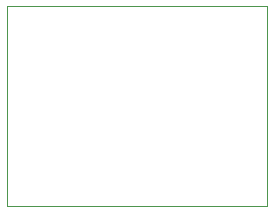
<source format=gbr>
G04 #@! TF.FileFunction,Profile,NP*
%FSLAX46Y46*%
G04 Gerber Fmt 4.6, Leading zero omitted, Abs format (unit mm)*
G04 Created by KiCad (PCBNEW 4.0.7) date 02/24/18 17:15:32*
%MOMM*%
%LPD*%
G01*
G04 APERTURE LIST*
%ADD10C,0.100000*%
G04 APERTURE END LIST*
D10*
X125700000Y-97100000D02*
X147700000Y-97100000D01*
X147700000Y-80100000D02*
X125700000Y-80100000D01*
X147700000Y-97100000D02*
X147700000Y-80100000D01*
X125700000Y-80100000D02*
X125700000Y-97100000D01*
M02*

</source>
